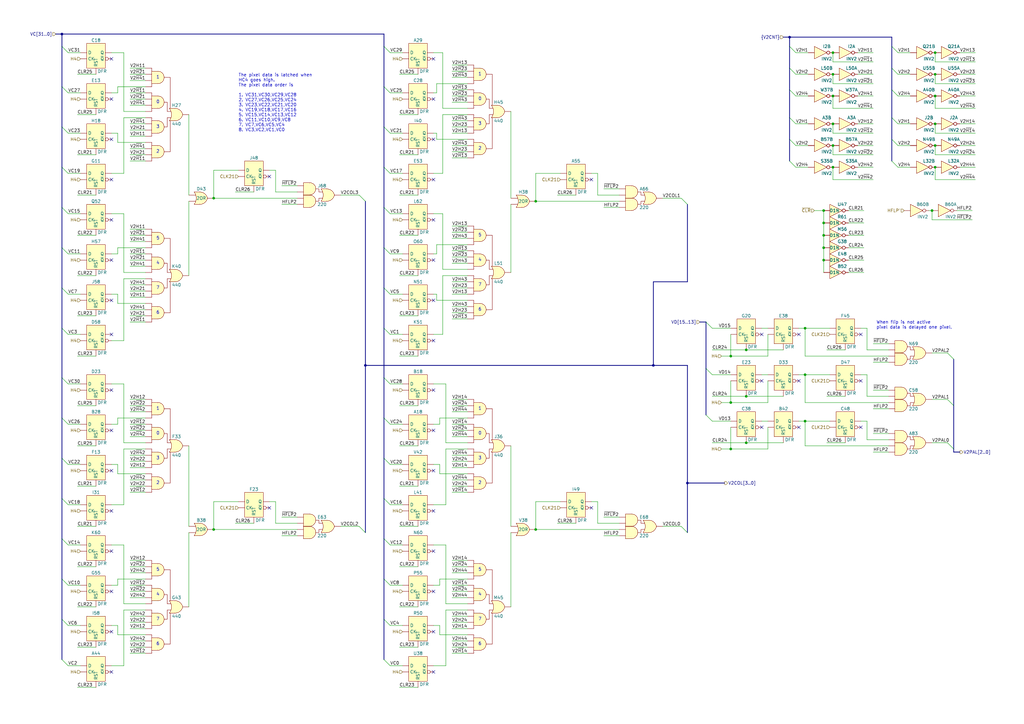
<source format=kicad_sch>
(kicad_sch (version 20231120) (generator "eeschema") (generator_version "8.0")
  (paper "A3")
  (title_block (title "Konami 007781") (date "2024-09-08"))
  (junction (at 337.82 101.6))
  (junction (at 341.63 39.37))
  (junction (at 306.07 162.56))
  (junction (at 87.63 217.17))
  (junction (at 383.54 30.48))
  (junction (at 330.2 172.72))
  (junction (at 337.82 91.44))
  (junction (at 341.63 21.59))
  (junction (at 299.72 184.15))
  (junction (at 337.82 86.36))
  (junction (at 299.72 146.05))
  (junction (at 341.63 59.69))
  (junction (at 341.63 50.8))
  (junction (at 383.54 50.8))
  (junction (at 306.07 181.61))
  (junction (at 306.07 143.51))
  (junction (at 341.63 30.48))
  (junction (at 330.2 134.62))
  (junction (at 219.71 217.17))
  (junction (at 25.4 13.97))
  (junction (at 337.82 106.68))
  (junction (at 323.85 15.24))
  (junction (at 383.54 59.69))
  (junction (at 281.94 198.12))
  (junction (at 149.86 149.86))
  (junction (at 383.54 39.37))
  (junction (at 382.27 86.36))
  (junction (at 337.82 96.52))
  (junction (at 219.71 82.55))
  (junction (at 383.54 21.59))
  (junction (at 267.97 149.86))
  (junction (at 330.2 153.67))
  (junction (at 87.63 81.28))
  (junction (at 299.72 165.1))
  (junction (at 341.63 68.58))
  (junction (at 383.54 68.58))
  (no_connect (at 177.8 57.15))
  (no_connect (at 177.8 259.08))
  (no_connect (at 177.8 209.55))
  (no_connect (at 177.8 275.59))
  (no_connect (at 177.8 193.04))
  (no_connect (at 242.57 73.66))
  (no_connect (at 312.42 137.16))
  (no_connect (at 45.72 73.66))
  (no_connect (at 242.57 208.28))
  (no_connect (at 45.72 106.68))
  (no_connect (at 45.72 176.53))
  (no_connect (at 177.8 242.57))
  (no_connect (at 45.72 259.08))
  (no_connect (at 177.8 90.17))
  (no_connect (at 353.06 137.16))
  (no_connect (at 177.8 139.7))
  (no_connect (at 45.72 90.17))
  (no_connect (at 45.72 40.64))
  (no_connect (at 45.72 193.04))
  (no_connect (at 177.8 40.64))
  (no_connect (at 327.66 137.16))
  (no_connect (at 177.8 106.68))
  (no_connect (at 177.8 123.19))
  (no_connect (at 312.42 156.21))
  (no_connect (at 353.06 156.21))
  (no_connect (at 327.66 175.26))
  (no_connect (at 177.8 176.53))
  (no_connect (at 45.72 123.19))
  (no_connect (at 353.06 175.26))
  (no_connect (at 45.72 242.57))
  (no_connect (at 45.72 275.59))
  (no_connect (at 177.8 24.13))
  (no_connect (at 327.66 156.21))
  (no_connect (at 45.72 226.06))
  (no_connect (at 45.72 209.55))
  (no_connect (at 177.8 73.66))
  (no_connect (at 110.49 208.28))
  (no_connect (at 177.8 226.06))
  (no_connect (at 312.42 175.26))
  (no_connect (at 110.49 72.39))
  (no_connect (at 177.8 160.02))
  (no_connect (at 45.72 57.15))
  (no_connect (at 45.72 24.13))
  (no_connect (at 45.72 137.16))
  (no_connect (at 45.72 160.02))
  (bus_entry (at 25.4 220.98) (size 2.54 2.54))
  (bus_entry (at 157.48 68.58) (size 2.54 2.54))
  (bus_entry (at 147.32 80.01) (size 2.54 2.54))
  (bus_entry (at 157.48 134.62) (size 2.54 2.54))
  (bus_entry (at 157.48 171.45) (size 2.54 2.54))
  (bus_entry (at 323.85 27.94) (size 2.54 2.54))
  (bus_entry (at 25.4 101.6) (size 2.54 2.54))
  (bus_entry (at 388.62 163.83) (size 2.54 2.54))
  (bus_entry (at 25.4 85.09) (size 2.54 2.54))
  (bus_entry (at 289.56 132.08) (size 2.54 2.54))
  (bus_entry (at 157.48 35.56) (size 2.54 2.54))
  (bus_entry (at 157.48 154.94) (size 2.54 2.54))
  (bus_entry (at 323.85 19.05) (size 2.54 2.54))
  (bus_entry (at 157.48 118.11) (size 2.54 2.54))
  (bus_entry (at 157.48 101.6) (size 2.54 2.54))
  (bus_entry (at 25.4 187.96) (size 2.54 2.54))
  (bus_entry (at 323.85 66.04) (size 2.54 2.54))
  (bus_entry (at 25.4 270.51) (size 2.54 2.54))
  (bus_entry (at 25.4 52.07) (size 2.54 2.54))
  (bus_entry (at 25.4 237.49) (size 2.54 2.54))
  (bus_entry (at 365.76 57.15) (size 2.54 2.54))
  (bus_entry (at 25.4 68.58) (size 2.54 2.54))
  (bus_entry (at 157.48 19.05) (size 2.54 2.54))
  (bus_entry (at 365.76 66.04) (size 2.54 2.54))
  (bus_entry (at 25.4 154.94) (size 2.54 2.54))
  (bus_entry (at 323.85 36.83) (size 2.54 2.54))
  (bus_entry (at 147.32 215.9) (size 2.54 2.54))
  (bus_entry (at 388.62 181.61) (size 2.54 2.54))
  (bus_entry (at 157.48 85.09) (size 2.54 2.54))
  (bus_entry (at 157.48 220.98) (size 2.54 2.54))
  (bus_entry (at 365.76 36.83) (size 2.54 2.54))
  (bus_entry (at 25.4 19.05) (size 2.54 2.54))
  (bus_entry (at 25.4 118.11) (size 2.54 2.54))
  (bus_entry (at 157.48 204.47) (size 2.54 2.54))
  (bus_entry (at 279.4 215.9) (size 2.54 2.54))
  (bus_entry (at 25.4 171.45) (size 2.54 2.54))
  (bus_entry (at 388.62 144.78) (size 2.54 2.54))
  (bus_entry (at 157.48 254) (size 2.54 2.54))
  (bus_entry (at 157.48 237.49) (size 2.54 2.54))
  (bus_entry (at 25.4 35.56) (size 2.54 2.54))
  (bus_entry (at 323.85 57.15) (size 2.54 2.54))
  (bus_entry (at 365.76 48.26) (size 2.54 2.54))
  (bus_entry (at 289.56 170.18) (size 2.54 2.54))
  (bus_entry (at 157.48 52.07) (size 2.54 2.54))
  (bus_entry (at 157.48 187.96) (size 2.54 2.54))
  (bus_entry (at 365.76 27.94) (size 2.54 2.54))
  (bus_entry (at 25.4 254) (size 2.54 2.54))
  (bus_entry (at 289.56 151.13) (size 2.54 2.54))
  (bus_entry (at 25.4 204.47) (size 2.54 2.54))
  (bus_entry (at 323.85 48.26) (size 2.54 2.54))
  (bus_entry (at 157.48 270.51) (size 2.54 2.54))
  (bus_entry (at 25.4 134.62) (size 2.54 2.54))
  (bus_entry (at 279.4 81.28) (size 2.54 2.54))
  (bus_entry (at 365.76 19.05) (size 2.54 2.54))
  (wire (pts (xy 185.42 191.77) (xy 191.77 191.77)))
  (wire (pts (xy 50.8 157.48) (xy 50.8 181.61)))
  (wire (pts (xy 48.26 54.61) (xy 45.72 54.61)))
  (wire (pts (xy 185.42 39.37) (xy 191.77 39.37)))
  (wire (pts (xy 326.39 39.37) (xy 331.47 39.37)))
  (wire (pts (xy 27.94 207.01) (xy 33.02 207.01)))
  (wire (pts (xy 295.91 184.15) (xy 299.72 184.15)))
  (wire (pts (xy 191.77 110.49) (xy 181.61 110.49)))
  (wire (pts (xy 179.07 54.61) (xy 179.07 57.15)))
  (wire (pts (xy 292.1 162.56) (xy 306.07 162.56)))
  (wire (pts (xy 383.54 21.59) (xy 383.54 25.4)))
  (wire (pts (xy 31.75 248.92) (xy 39.37 248.92)))
  (wire (pts (xy 31.75 30.48) (xy 39.37 30.48)))
  (bus (pts (xy 365.76 27.94) (xy 365.76 36.83)))
  (wire (pts (xy 185.42 232.41) (xy 191.77 232.41)))
  (bus (pts (xy 157.48 85.09) (xy 157.48 101.6)))
  (bus (pts (xy 281.94 115.57) (xy 267.97 115.57)))
  (bus (pts (xy 287.02 132.08) (xy 289.56 132.08)))
  (wire (pts (xy 45.72 157.48) (xy 50.8 157.48)))
  (wire (pts (xy 177.8 104.14) (xy 179.07 104.14)))
  (bus (pts (xy 149.86 82.55) (xy 149.86 149.86)))
  (bus (pts (xy 25.4 13.97) (xy 157.48 13.97)))
  (wire (pts (xy 393.7 30.48) (xy 400.05 30.48)))
  (bus (pts (xy 321.31 15.24) (xy 323.85 15.24)))
  (wire (pts (xy 271.78 215.9) (xy 279.4 215.9)))
  (bus (pts (xy 323.85 15.24) (xy 323.85 19.05)))
  (wire (pts (xy 209.55 45.72) (xy 209.55 81.28)))
  (wire (pts (xy 185.42 41.91) (xy 191.77 41.91)))
  (bus (pts (xy 267.97 149.86) (xy 281.94 149.86)))
  (wire (pts (xy 50.8 21.59) (xy 45.72 21.59)))
  (wire (pts (xy 180.34 237.49) (xy 191.77 237.49)))
  (wire (pts (xy 53.34 109.22) (xy 59.69 109.22)))
  (wire (pts (xy 355.6 180.34) (xy 364.49 180.34)))
  (wire (pts (xy 177.8 38.1) (xy 179.07 38.1)))
  (wire (pts (xy 53.34 63.5) (xy 59.69 63.5)))
  (wire (pts (xy 341.63 59.69) (xy 341.63 63.5)))
  (bus (pts (xy 365.76 19.05) (xy 365.76 15.24)))
  (wire (pts (xy 185.42 234.95) (xy 191.77 234.95)))
  (wire (pts (xy 368.3 68.58) (xy 373.38 68.58)))
  (wire (pts (xy 160.02 38.1) (xy 165.1 38.1)))
  (wire (pts (xy 53.34 99.06) (xy 59.69 99.06)))
  (wire (pts (xy 48.26 58.42) (xy 48.26 54.61)))
  (wire (pts (xy 185.42 265.43) (xy 191.77 265.43)))
  (wire (pts (xy 48.26 171.45) (xy 59.69 171.45)))
  (bus (pts (xy 323.85 19.05) (xy 323.85 27.94)))
  (bus (pts (xy 157.48 19.05) (xy 157.48 35.56)))
  (wire (pts (xy 45.72 87.63) (xy 50.8 87.63)))
  (wire (pts (xy 326.39 30.48) (xy 331.47 30.48)))
  (wire (pts (xy 53.34 176.53) (xy 59.69 176.53)))
  (wire (pts (xy 351.79 21.59) (xy 358.14 21.59)))
  (wire (pts (xy 228.6 214.63) (xy 236.22 214.63)))
  (wire (pts (xy 392.43 86.36) (xy 398.78 86.36)))
  (wire (pts (xy 45.72 256.54) (xy 48.26 256.54)))
  (wire (pts (xy 245.11 214.63) (xy 245.11 205.74)))
  (wire (pts (xy 185.42 130.81) (xy 191.77 130.81)))
  (wire (pts (xy 179.07 123.19) (xy 179.07 120.65)))
  (wire (pts (xy 31.75 96.52) (xy 39.37 96.52)))
  (wire (pts (xy 31.75 63.5) (xy 39.37 63.5)))
  (wire (pts (xy 382.27 86.36) (xy 382.27 90.17)))
  (wire (pts (xy 245.11 80.01) (xy 254 80.01)))
  (wire (pts (xy 53.34 245.11) (xy 59.69 245.11)))
  (bus (pts (xy 267.97 115.57) (xy 267.97 149.86)))
  (wire (pts (xy 185.42 59.69) (xy 191.77 59.69)))
  (wire (pts (xy 185.42 105.41) (xy 191.77 105.41)))
  (wire (pts (xy 247.65 77.47) (xy 254 77.47)))
  (wire (pts (xy 179.07 34.29) (xy 191.77 34.29)))
  (wire (pts (xy 347.98 111.76) (xy 354.33 111.76)))
  (wire (pts (xy 53.34 173.99) (xy 59.69 173.99)))
  (wire (pts (xy 355.6 134.62) (xy 355.6 143.51)))
  (wire (pts (xy 53.34 60.96) (xy 59.69 60.96)))
  (wire (pts (xy 341.63 73.66) (xy 341.63 68.58)))
  (wire (pts (xy 185.42 189.23) (xy 191.77 189.23)))
  (wire (pts (xy 31.75 80.01) (xy 39.37 80.01)))
  (wire (pts (xy 299.72 156.21) (xy 299.72 165.1)))
  (wire (pts (xy 53.34 199.39) (xy 59.69 199.39)))
  (wire (pts (xy 139.7 80.01) (xy 147.32 80.01)))
  (wire (pts (xy 59.69 114.3) (xy 50.8 114.3)))
  (wire (pts (xy 383.54 54.61) (xy 400.05 54.61)))
  (bus (pts (xy 25.4 52.07) (xy 25.4 68.58)))
  (wire (pts (xy 185.42 255.27) (xy 191.77 255.27)))
  (wire (pts (xy 53.34 55.88) (xy 59.69 55.88)))
  (wire (pts (xy 53.34 242.57) (xy 59.69 242.57)))
  (wire (pts (xy 53.34 229.87) (xy 59.69 229.87)))
  (wire (pts (xy 77.47 218.44) (xy 77.47 248.92)))
  (wire (pts (xy 27.94 157.48) (xy 33.02 157.48)))
  (wire (pts (xy 53.34 132.08) (xy 59.69 132.08)))
  (wire (pts (xy 31.75 281.94) (xy 39.37 281.94)))
  (wire (pts (xy 177.8 256.54) (xy 180.34 256.54)))
  (bus (pts (xy 157.48 35.56) (xy 157.48 52.07)))
  (wire (pts (xy 299.72 184.15) (xy 314.96 184.15)))
  (wire (pts (xy 209.55 182.88) (xy 209.55 215.9)))
  (wire (pts (xy 50.8 273.05) (xy 50.8 250.19)))
  (wire (pts (xy 53.34 53.34) (xy 59.69 53.34)))
  (wire (pts (xy 330.2 165.1) (xy 364.49 165.1)))
  (wire (pts (xy 327.66 153.67) (xy 330.2 153.67)))
  (wire (pts (xy 177.8 71.12) (xy 181.61 71.12)))
  (wire (pts (xy 393.7 39.37) (xy 400.05 39.37)))
  (wire (pts (xy 185.42 26.67) (xy 191.77 26.67)))
  (wire (pts (xy 245.11 71.12) (xy 245.11 80.01)))
  (bus (pts (xy 149.86 149.86) (xy 267.97 149.86)))
  (wire (pts (xy 181.61 87.63) (xy 177.8 87.63)))
  (wire (pts (xy 160.02 273.05) (xy 165.1 273.05)))
  (wire (pts (xy 353.06 134.62) (xy 355.6 134.62)))
  (wire (pts (xy 355.6 172.72) (xy 355.6 180.34)))
  (bus (pts (xy 289.56 151.13) (xy 289.56 132.08)))
  (wire (pts (xy 185.42 176.53) (xy 191.77 176.53)))
  (wire (pts (xy 341.63 34.29) (xy 358.14 34.29)))
  (wire (pts (xy 185.42 125.73) (xy 191.77 125.73)))
  (wire (pts (xy 53.34 106.68) (xy 59.69 106.68)))
  (wire (pts (xy 185.42 163.83) (xy 191.77 163.83)))
  (wire (pts (xy 185.42 257.81) (xy 191.77 257.81)))
  (wire (pts (xy 330.2 153.67) (xy 340.36 153.67)))
  (wire (pts (xy 351.79 50.8) (xy 358.14 50.8)))
  (wire (pts (xy 347.98 91.44) (xy 354.33 91.44)))
  (wire (pts (xy 59.69 101.6) (xy 48.26 101.6)))
  (wire (pts (xy 185.42 49.53) (xy 191.77 49.53)))
  (wire (pts (xy 163.83 281.94) (xy 171.45 281.94)))
  (wire (pts (xy 31.75 215.9) (xy 39.37 215.9)))
  (wire (pts (xy 160.02 256.54) (xy 165.1 256.54)))
  (wire (pts (xy 163.83 113.03) (xy 171.45 113.03)))
  (wire (pts (xy 163.83 199.39) (xy 171.45 199.39)))
  (bus (pts (xy 25.4 118.11) (xy 25.4 134.62)))
  (wire (pts (xy 400.05 73.66) (xy 383.54 73.66)))
  (bus (pts (xy 25.4 254) (xy 25.4 270.51)))
  (wire (pts (xy 393.7 50.8) (xy 400.05 50.8)))
  (wire (pts (xy 163.83 30.48) (xy 171.45 30.48)))
  (wire (pts (xy 383.54 59.69) (xy 383.54 63.5)))
  (wire (pts (xy 368.3 39.37) (xy 373.38 39.37)))
  (wire (pts (xy 53.34 93.98) (xy 59.69 93.98)))
  (wire (pts (xy 160.02 173.99) (xy 165.1 173.99)))
  (wire (pts (xy 326.39 50.8) (xy 331.47 50.8)))
  (wire (pts (xy 115.57 212.09) (xy 121.92 212.09)))
  (wire (pts (xy 209.55 218.44) (xy 209.55 248.92)))
  (wire (pts (xy 31.75 199.39) (xy 39.37 199.39)))
  (wire (pts (xy 185.42 201.93) (xy 191.77 201.93)))
  (wire (pts (xy 382.27 163.83) (xy 388.62 163.83)))
  (wire (pts (xy 27.94 87.63) (xy 33.02 87.63)))
  (wire (pts (xy 27.94 273.05) (xy 33.02 273.05)))
  (wire (pts (xy 185.42 36.83) (xy 191.77 36.83)))
  (wire (pts (xy 163.83 80.01) (xy 171.45 80.01)))
  (wire (pts (xy 185.42 196.85) (xy 191.77 196.85)))
  (wire (pts (xy 77.47 46.99) (xy 77.47 80.01)))
  (wire (pts (xy 45.72 38.1) (xy 48.26 38.1)))
  (wire (pts (xy 163.83 63.5) (xy 171.45 63.5)))
  (wire (pts (xy 182.88 247.65) (xy 191.77 247.65)))
  (wire (pts (xy 53.34 96.52) (xy 59.69 96.52)))
  (wire (pts (xy 180.34 171.45) (xy 191.77 171.45)))
  (wire (pts (xy 163.83 182.88) (xy 171.45 182.88)))
  (wire (pts (xy 48.26 190.5) (xy 48.26 194.31)))
  (wire (pts (xy 185.42 262.89) (xy 191.77 262.89)))
  (wire (pts (xy 209.55 111.76) (xy 209.55 83.82)))
  (wire (pts (xy 53.34 38.1) (xy 59.69 38.1)))
  (wire (pts (xy 77.47 82.55) (xy 77.47 113.03)))
  (wire (pts (xy 121.92 78.74) (xy 113.03 78.74)))
  (wire (pts (xy 337.82 91.44) (xy 337.82 96.52)))
  (bus (pts (xy 157.48 101.6) (xy 157.48 118.11)))
  (wire (pts (xy 185.42 97.79) (xy 191.77 97.79)))
  (wire (pts (xy 180.34 190.5) (xy 180.34 194.31)))
  (wire (pts (xy 50.8 114.3) (xy 50.8 139.7)))
  (wire (pts (xy 312.42 172.72) (xy 314.96 172.72)))
  (wire (pts (xy 53.34 186.69) (xy 59.69 186.69)))
  (wire (pts (xy 295.91 146.05) (xy 299.72 146.05)))
  (bus (pts (xy 25.4 187.96) (xy 25.4 204.47)))
  (wire (pts (xy 185.42 252.73) (xy 191.77 252.73)))
  (wire (pts (xy 339.09 181.61) (xy 346.71 181.61)))
  (wire (pts (xy 347.98 96.52) (xy 354.33 96.52)))
  (wire (pts (xy 337.82 96.52) (xy 337.82 101.6)))
  (wire (pts (xy 27.94 104.14) (xy 33.02 104.14)))
  (wire (pts (xy 185.42 240.03) (xy 191.77 240.03)))
  (wire (pts (xy 53.34 129.54) (xy 59.69 129.54)))
  (wire (pts (xy 383.54 73.66) (xy 383.54 68.58)))
  (wire (pts (xy 87.63 217.17) (xy 87.63 205.74)))
  (wire (pts (xy 299.72 137.16) (xy 299.72 146.05)))
  (wire (pts (xy 355.6 153.67) (xy 355.6 162.56)))
  (wire (pts (xy 326.39 21.59) (xy 331.47 21.59)))
  (wire (pts (xy 59.69 45.72) (xy 50.8 45.72)))
  (wire (pts (xy 337.82 101.6) (xy 337.82 106.68)))
  (wire (pts (xy 180.34 171.45) (xy 180.34 173.99)))
  (wire (pts (xy 185.42 29.21) (xy 191.77 29.21)))
  (wire (pts (xy 48.26 237.49) (xy 59.69 237.49)))
  (wire (pts (xy 355.6 162.56) (xy 364.49 162.56)))
  (wire (pts (xy 351.79 30.48) (xy 358.14 30.48)))
  (wire (pts (xy 312.42 153.67) (xy 314.96 153.67)))
  (wire (pts (xy 180.34 260.35) (xy 191.77 260.35)))
  (wire (pts (xy 219.71 82.55) (xy 254 82.55)))
  (wire (pts (xy 31.75 182.88) (xy 39.37 182.88)))
  (wire (pts (xy 347.98 86.36) (xy 354.33 86.36)))
  (wire (pts (xy 353.06 153.67) (xy 355.6 153.67)))
  (wire (pts (xy 53.34 267.97) (xy 59.69 267.97)))
  (bus (pts (xy 157.48 13.97) (xy 157.48 19.05)))
  (bus (pts (xy 25.4 220.98) (xy 25.4 237.49)))
  (wire (pts (xy 358.14 160.02) (xy 364.49 160.02)))
  (bus (pts (xy 25.4 237.49) (xy 25.4 254)))
  (wire (pts (xy 113.03 78.74) (xy 113.03 69.85)))
  (wire (pts (xy 53.34 265.43) (xy 59.69 265.43)))
  (wire (pts (xy 181.61 71.12) (xy 181.61 46.99)))
  (wire (pts (xy 45.72 120.65) (xy 48.26 120.65)))
  (wire (pts (xy 48.26 173.99) (xy 48.26 171.45)))
  (wire (pts (xy 50.8 184.15) (xy 59.69 184.15)))
  (wire (pts (xy 163.83 248.92) (xy 171.45 248.92)))
  (wire (pts (xy 177.8 54.61) (xy 179.07 54.61)))
  (wire (pts (xy 330.2 134.62) (xy 340.36 134.62)))
  (wire (pts (xy 383.54 44.45) (xy 383.54 39.37)))
  (wire (pts (xy 185.42 120.65) (xy 191.77 120.65)))
  (wire (pts (xy 191.77 123.19) (xy 179.07 123.19)))
  (wire (pts (xy 177.8 190.5) (xy 180.34 190.5)))
  (wire (pts (xy 182.88 250.19) (xy 191.77 250.19)))
  (wire (pts (xy 53.34 191.77) (xy 59.69 191.77)))
  (wire (pts (xy 31.75 146.05) (xy 39.37 146.05)))
  (bus (pts (xy 391.16 147.32) (xy 391.16 166.37)))
  (wire (pts (xy 160.02 21.59) (xy 165.1 21.59)))
  (wire (pts (xy 393.7 59.69) (xy 400.05 59.69)))
  (wire (pts (xy 353.06 172.72) (xy 355.6 172.72)))
  (bus (pts (xy 365.76 19.05) (xy 365.76 27.94)))
  (wire (pts (xy 185.42 166.37) (xy 191.77 166.37)))
  (wire (pts (xy 185.42 229.87) (xy 191.77 229.87)))
  (wire (pts (xy 160.02 120.65) (xy 165.1 120.65)))
  (wire (pts (xy 113.03 205.74) (xy 113.03 214.63)))
  (wire (pts (xy 185.42 102.87) (xy 191.77 102.87)))
  (wire (pts (xy 185.42 52.07) (xy 191.77 52.07)))
  (wire (pts (xy 400.05 44.45) (xy 383.54 44.45)))
  (wire (pts (xy 383.54 25.4) (xy 400.05 25.4)))
  (wire (pts (xy 368.3 30.48) (xy 373.38 30.48)))
  (bus (pts (xy 281.94 83.82) (xy 281.94 115.57)))
  (wire (pts (xy 179.07 57.15) (xy 191.77 57.15)))
  (wire (pts (xy 45.72 240.03) (xy 48.26 240.03)))
  (wire (pts (xy 163.83 46.99) (xy 171.45 46.99)))
  (bus (pts (xy 157.48 134.62) (xy 157.48 154.94)))
  (wire (pts (xy 185.42 168.91) (xy 191.77 168.91)))
  (wire (pts (xy 292.1 181.61) (xy 306.07 181.61)))
  (wire (pts (xy 160.02 71.12) (xy 165.1 71.12)))
  (wire (pts (xy 351.79 39.37) (xy 358.14 39.37)))
  (wire (pts (xy 347.98 101.6) (xy 354.33 101.6)))
  (wire (pts (xy 179.07 38.1) (xy 179.07 34.29)))
  (bus (pts (xy 323.85 57.15) (xy 323.85 66.04)))
  (wire (pts (xy 339.09 143.51) (xy 346.71 143.51)))
  (bus (pts (xy 149.86 149.86) (xy 149.86 218.44)))
  (wire (pts (xy 368.3 21.59) (xy 373.38 21.59)))
  (wire (pts (xy 50.8 139.7) (xy 45.72 139.7)))
  (wire (pts (xy 181.61 137.16) (xy 181.61 113.03)))
  (wire (pts (xy 48.26 260.35) (xy 59.69 260.35)))
  (wire (pts (xy 182.88 157.48) (xy 177.8 157.48)))
  (wire (pts (xy 219.71 205.74) (xy 229.87 205.74)))
  (wire (pts (xy 48.26 101.6) (xy 48.26 104.14)))
  (bus (pts (xy 391.16 184.15) (xy 391.16 185.42)))
  (wire (pts (xy 48.26 194.31) (xy 59.69 194.31)))
  (wire (pts (xy 96.52 214.63) (xy 104.14 214.63)))
  (bus (pts (xy 323.85 15.24) (xy 365.76 15.24)))
  (wire (pts (xy 292.1 134.62) (xy 299.72 134.62)))
  (wire (pts (xy 185.42 95.25) (xy 191.77 95.25)))
  (wire (pts (xy 139.7 215.9) (xy 147.32 215.9)))
  (wire (pts (xy 245.11 205.74) (xy 242.57 205.74)))
  (bus (pts (xy 25.4 101.6) (xy 25.4 118.11)))
  (wire (pts (xy 31.75 46.99) (xy 39.37 46.99)))
  (wire (pts (xy 185.42 199.39) (xy 191.77 199.39)))
  (wire (pts (xy 180.34 256.54) (xy 180.34 260.35)))
  (wire (pts (xy 27.94 173.99) (xy 33.02 173.99)))
  (wire (pts (xy 160.02 104.14) (xy 165.1 104.14)))
  (bus (pts (xy 25.4 204.47) (xy 25.4 220.98)))
  (wire (pts (xy 185.42 31.75) (xy 191.77 31.75)))
  (wire (pts (xy 53.34 189.23) (xy 59.69 189.23)))
  (wire (pts (xy 358.14 73.66) (xy 341.63 73.66)))
  (wire (pts (xy 393.7 21.59) (xy 400.05 21.59)))
  (wire (pts (xy 87.63 205.74) (xy 97.79 205.74)))
  (wire (pts (xy 358.14 177.8) (xy 364.49 177.8)))
  (wire (pts (xy 53.34 232.41) (xy 59.69 232.41)))
  (wire (pts (xy 53.34 201.93) (xy 59.69 201.93)))
  (wire (pts (xy 351.79 68.58) (xy 358.14 68.58)))
  (wire (pts (xy 181.61 113.03) (xy 191.77 113.03)))
  (wire (pts (xy 31.75 166.37) (xy 39.37 166.37)))
  (wire (pts (xy 341.63 30.48) (xy 341.63 34.29)))
  (wire (pts (xy 330.2 172.72) (xy 340.36 172.72)))
  (wire (pts (xy 53.34 119.38) (xy 59.69 119.38)))
  (wire (pts (xy 177.8 173.99) (xy 180.34 173.99)))
  (wire (pts (xy 50.8 87.63) (xy 50.8 111.76)))
  (wire (pts (xy 177.8 207.01) (xy 182.88 207.01)))
  (wire (pts (xy 163.83 129.54) (xy 171.45 129.54)))
  (wire (pts (xy 163.83 232.41) (xy 171.45 232.41)))
  (wire (pts (xy 383.54 50.8) (xy 383.54 54.61)))
  (wire (pts (xy 45.72 207.01) (xy 50.8 207.01)))
  (wire (pts (xy 53.34 43.18) (xy 59.69 43.18)))
  (wire (pts (xy 177.8 273.05) (xy 182.88 273.05)))
  (wire (pts (xy 87.63 69.85) (xy 87.63 81.28)))
  (wire (pts (xy 181.61 110.49) (xy 181.61 87.63)))
  (wire (pts (xy 330.2 153.67) (xy 330.2 165.1)))
  (wire (pts (xy 185.42 267.97) (xy 191.77 267.97)))
  (wire (pts (xy 160.02 54.61) (xy 165.1 54.61)))
  (wire (pts (xy 299.72 146.05) (xy 314.96 146.05)))
  (bus (pts (xy 281.94 149.86) (xy 281.94 198.12)))
  (bus (pts (xy 157.48 220.98) (xy 157.48 237.49)))
  (wire (pts (xy 160.02 223.52) (xy 165.1 223.52)))
  (wire (pts (xy 219.71 217.17) (xy 254 217.17)))
  (wire (pts (xy 53.34 127) (xy 59.69 127)))
  (wire (pts (xy 53.34 121.92) (xy 59.69 121.92)))
  (wire (pts (xy 393.7 68.58) (xy 400.05 68.58)))
  (wire (pts (xy 358.14 167.64) (xy 364.49 167.64)))
  (wire (pts (xy 383.54 30.48) (xy 383.54 34.29)))
  (bus (pts (xy 365.76 57.15) (xy 365.76 66.04)))
  (wire (pts (xy 77.47 182.88) (xy 77.47 215.9)))
  (wire (pts (xy 53.34 66.04) (xy 59.69 66.04)))
  (wire (pts (xy 368.3 50.8) (xy 373.38 50.8)))
  (wire (pts (xy 182.88 207.01) (xy 182.88 184.15)))
  (wire (pts (xy 179.07 104.14) (xy 179.07 100.33)))
  (wire (pts (xy 53.34 50.8) (xy 59.69 50.8)))
  (wire (pts (xy 45.72 173.99) (xy 48.26 173.99)))
  (wire (pts (xy 242.57 71.12) (xy 245.11 71.12)))
  (wire (pts (xy 53.34 30.48) (xy 59.69 30.48)))
  (wire (pts (xy 48.26 35.56) (xy 59.69 35.56)))
  (wire (pts (xy 185.42 107.95) (xy 191.77 107.95)))
  (wire (pts (xy 160.02 240.03) (xy 165.1 240.03)))
  (wire (pts (xy 185.42 242.57) (xy 191.77 242.57)))
  (wire (pts (xy 50.8 223.52) (xy 50.8 247.65)))
  (bus (pts (xy 281.94 198.12) (xy 297.18 198.12)))
  (wire (pts (xy 312.42 134.62) (xy 314.96 134.62)))
  (wire (pts (xy 179.07 100.33) (xy 191.77 100.33)))
  (wire (pts (xy 115.57 219.71) (xy 121.92 219.71)))
  (bus (pts (xy 157.48 254) (xy 157.48 270.51)))
  (wire (pts (xy 87.63 217.17) (xy 121.92 217.17)))
  (wire (pts (xy 368.3 59.69) (xy 373.38 59.69)))
  (wire (pts (xy 53.34 240.03) (xy 59.69 240.03)))
  (wire (pts (xy 185.42 179.07) (xy 191.77 179.07)))
  (wire (pts (xy 53.34 40.64) (xy 59.69 40.64)))
  (wire (pts (xy 50.8 45.72) (xy 50.8 21.59)))
  (wire (pts (xy 339.09 162.56) (xy 346.71 162.56)))
  (wire (pts (xy 185.42 54.61) (xy 191.77 54.61)))
  (wire (pts (xy 53.34 255.27) (xy 59.69 255.27)))
  (wire (pts (xy 330.2 134.62) (xy 330.2 146.05)))
  (wire (pts (xy 53.34 168.91) (xy 59.69 168.91)))
  (wire (pts (xy 182.88 181.61) (xy 182.88 157.48)))
  (wire (pts (xy 337.82 86.36) (xy 337.82 91.44)))
  (wire (pts (xy 48.26 104.14) (xy 45.72 104.14)))
  (wire (pts (xy 185.42 92.71) (xy 191.77 92.71)))
  (wire (pts (xy 163.83 96.52) (xy 171.45 96.52)))
  (wire (pts (xy 185.42 118.11) (xy 191.77 118.11)))
  (wire (pts (xy 50.8 181.61) (xy 59.69 181.61)))
  (wire (pts (xy 27.94 240.03) (xy 33.02 240.03)))
  (wire (pts (xy 306.07 162.56) (xy 321.31 162.56)))
  (bus (pts (xy 22.86 13.97) (xy 25.4 13.97)))
  (bus (pts (xy 25.4 19.05) (xy 25.4 35.56)))
  (bus (pts (xy 157.48 204.47) (xy 157.48 220.98)))
  (bus (pts (xy 25.4 134.62) (xy 25.4 154.94)))
  (wire (pts (xy 341.63 50.8) (xy 341.63 54.61)))
  (wire (pts (xy 27.94 21.59) (xy 33.02 21.59)))
  (wire (pts (xy 191.77 44.45) (xy 181.61 44.45)))
  (wire (pts (xy 358.14 44.45) (xy 341.63 44.45)))
  (wire (pts (xy 182.88 223.52) (xy 182.88 247.65)))
  (wire (pts (xy 163.83 166.37) (xy 171.45 166.37)))
  (wire (pts (xy 314.96 137.16) (xy 314.96 146.05)))
  (wire (pts (xy 181.61 44.45) (xy 181.61 21.59)))
  (wire (pts (xy 247.65 219.71) (xy 254 219.71)))
  (bus (pts (xy 25.4 171.45) (xy 25.4 187.96)))
  (wire (pts (xy 182.88 184.15) (xy 191.77 184.15)))
  (wire (pts (xy 110.49 205.74) (xy 113.03 205.74)))
  (wire (pts (xy 27.94 256.54) (xy 33.02 256.54)))
  (wire (pts (xy 334.01 86.36) (xy 337.82 86.36)))
  (wire (pts (xy 87.63 81.28) (xy 121.92 81.28)))
  (wire (pts (xy 299.72 165.1) (xy 314.96 165.1)))
  (wire (pts (xy 96.52 78.74) (xy 104.14 78.74)))
  (wire (pts (xy 163.83 265.43) (xy 171.45 265.43)))
  (wire (pts (xy 163.83 215.9) (xy 171.45 215.9)))
  (wire (pts (xy 219.71 217.17) (xy 219.71 205.74)))
  (wire (pts (xy 53.34 179.07) (xy 59.69 179.07)))
  (wire (pts (xy 45.72 71.12) (xy 50.8 71.12)))
  (wire (pts (xy 219.71 71.12) (xy 229.87 71.12)))
  (bus (pts (xy 323.85 48.26) (xy 323.85 57.15)))
  (wire (pts (xy 347.98 106.68) (xy 354.33 106.68)))
  (wire (pts (xy 53.34 166.37) (xy 59.69 166.37)))
  (wire (pts (xy 48.26 124.46) (xy 59.69 124.46)))
  (wire (pts (xy 59.69 58.42) (xy 48.26 58.42)))
  (wire (pts (xy 53.34 257.81) (xy 59.69 257.81)))
  (wire (pts (xy 53.34 116.84) (xy 59.69 116.84)))
  (wire (pts (xy 31.75 113.03) (xy 39.37 113.03)))
  (wire (pts (xy 50.8 71.12) (xy 50.8 48.26)))
  (wire (pts (xy 306.07 143.51) (xy 321.31 143.51)))
  (wire (pts (xy 179.07 120.65) (xy 177.8 120.65)))
  (wire (pts (xy 177.8 137.16) (xy 181.61 137.16)))
  (wire (pts (xy 292.1 172.72) (xy 299.72 172.72)))
  (wire (pts (xy 182.88 273.05) (xy 182.88 250.19)))
  (wire (pts (xy 27.94 54.61) (xy 33.02 54.61)))
  (bus (pts (xy 157.48 68.58) (xy 157.48 85.09)))
  (wire (pts (xy 48.26 256.54) (xy 48.26 260.35)))
  (bus (pts (xy 391.16 185.42) (xy 393.7 185.42)))
  (wire (pts (xy 27.94 223.52) (xy 33.02 223.52)))
  (wire (pts (xy 383.54 34.29) (xy 400.05 34.29)))
  (wire (pts (xy 53.34 234.95) (xy 59.69 234.95)))
  (wire (pts (xy 27.94 190.5) (xy 33.02 190.5)))
  (wire (pts (xy 115.57 76.2) (xy 121.92 76.2)))
  (wire (pts (xy 177.8 240.03) (xy 180.34 240.03)))
  (wire (pts (xy 330.2 146.05) (xy 364.49 146.05)))
  (wire (pts (xy 185.42 115.57) (xy 191.77 115.57)))
  (wire (pts (xy 50.8 250.19) (xy 59.69 250.19)))
  (wire (pts (xy 381 86.36) (xy 382.27 86.36)))
  (wire (pts (xy 50.8 48.26) (xy 59.69 48.26)))
  (wire (pts (xy 292.1 153.67) (xy 299.72 153.67)))
  (wire (pts (xy 295.91 165.1) (xy 299.72 165.1)))
  (wire (pts (xy 330.2 172.72) (xy 330.2 182.88)))
  (wire (pts (xy 330.2 182.88) (xy 364.49 182.88)))
  (bus (pts (xy 157.48 118.11) (xy 157.48 134.62)))
  (wire (pts (xy 341.63 63.5) (xy 358.14 63.5)))
  (bus (pts (xy 365.76 36.83) (xy 365.76 48.26)))
  (wire (pts (xy 48.26 38.1) (xy 48.26 35.56)))
  (wire (pts (xy 341.63 21.59) (xy 341.63 25.4)))
  (wire (pts (xy 326.39 68.58) (xy 331.47 68.58)))
  (wire (pts (xy 314.96 175.26) (xy 314.96 184.15)))
  (wire (pts (xy 185.42 173.99) (xy 191.77 173.99)))
  (wire (pts (xy 27.94 71.12) (xy 33.02 71.12)))
  (wire (pts (xy 160.02 87.63) (xy 165.1 87.63)))
  (wire (pts (xy 337.82 106.68) (xy 337.82 111.76)))
  (wire (pts (xy 382.27 90.17) (xy 398.78 90.17)))
  (wire (pts (xy 31.75 232.41) (xy 39.37 232.41)))
  (wire (pts (xy 45.72 273.05) (xy 50.8 273.05)))
  (bus (pts (xy 25.4 85.09) (xy 25.4 101.6)))
  (wire (pts (xy 191.77 181.61) (xy 182.88 181.61)))
  (wire (pts (xy 228.6 80.01) (xy 236.22 80.01)))
  (wire (pts (xy 53.34 163.83) (xy 59.69 163.83)))
  (bus (pts (xy 323.85 36.83) (xy 323.85 48.26)))
  (wire (pts (xy 160.02 190.5) (xy 165.1 190.5)))
  (wire (pts (xy 53.34 196.85) (xy 59.69 196.85)))
  (wire (pts (xy 341.63 44.45) (xy 341.63 39.37)))
  (bus (pts (xy 289.56 170.18) (xy 289.56 151.13)))
  (wire (pts (xy 185.42 128.27) (xy 191.77 128.27)))
  (wire (pts (xy 314.96 156.21) (xy 314.96 165.1)))
  (bus (pts (xy 157.48 237.49) (xy 157.48 254)))
  (wire (pts (xy 247.65 212.09) (xy 254 212.09)))
  (wire (pts (xy 31.75 265.43) (xy 39.37 265.43)))
  (wire (pts (xy 383.54 63.5) (xy 400.05 63.5)))
  (wire (pts (xy 306.07 181.61) (xy 321.31 181.61)))
  (wire (pts (xy 177.8 223.52) (xy 182.88 223.52)))
  (wire (pts (xy 358.14 148.59) (xy 364.49 148.59)))
  (bus (pts (xy 323.85 27.94) (xy 323.85 36.83)))
  (bus (pts (xy 25.4 35.56) (xy 25.4 52.07)))
  (wire (pts (xy 247.65 85.09) (xy 254 85.09)))
  (wire (pts (xy 27.94 38.1) (xy 33.02 38.1)))
  (wire (pts (xy 341.63 25.4) (xy 358.14 25.4)))
  (wire (pts (xy 355.6 143.51) (xy 364.49 143.51)))
  (wire (pts (xy 180.34 240.03) (xy 180.34 237.49)))
  (wire (pts (xy 160.02 207.01) (xy 165.1 207.01)))
  (wire (pts (xy 48.26 240.03) (xy 48.26 237.49)))
  (bus (pts (xy 157.48 171.45) (xy 157.48 187.96)))
  (wire (pts (xy 382.27 181.61) (xy 388.62 181.61)))
  (wire (pts (xy 163.83 146.05) (xy 171.45 146.05)))
  (wire (pts (xy 292.1 143.51) (xy 306.07 143.51)))
  (wire (pts (xy 358.14 140.97) (xy 364.49 140.97)))
  (wire (pts (xy 181.61 21.59) (xy 177.8 21.59)))
  (wire (pts (xy 53.34 262.89) (xy 59.69 262.89)))
  (wire (pts (xy 185.42 64.77) (xy 191.77 64.77)))
  (wire (pts (xy 185.42 186.69) (xy 191.77 186.69)))
  (wire (pts (xy 50.8 111.76) (xy 59.69 111.76)))
  (wire (pts (xy 160.02 157.48) (xy 165.1 157.48)))
  (bus (pts (xy 281.94 198.12) (xy 281.94 218.44)))
  (wire (pts (xy 50.8 247.65) (xy 59.69 247.65)))
  (bus (pts (xy 157.48 187.96) (xy 157.48 204.47)))
  (wire (pts (xy 185.42 245.11) (xy 191.77 245.11)))
  (wire (pts (xy 299.72 175.26) (xy 299.72 184.15)))
  (wire (pts (xy 271.78 81.28) (xy 279.4 81.28)))
  (wire (pts (xy 219.71 82.55) (xy 219.71 71.12)))
  (wire (pts (xy 115.57 83.82) (xy 121.92 83.82)))
  (wire (pts (xy 160.02 137.16) (xy 165.1 137.16)))
  (wire (pts (xy 327.66 134.62) (xy 330.2 134.62)))
  (wire (pts (xy 351.79 59.69) (xy 358.14 59.69)))
  (bus (pts (xy 25.4 13.97) (xy 25.4 19.05)))
  (bus (pts (xy 25.4 154.94) (xy 25.4 171.45)))
  (wire (pts (xy 358.14 185.42) (xy 364.49 185.42)))
  (wire (pts (xy 181.61 46.99) (xy 191.77 46.99)))
  (wire (pts (xy 341.63 54.61) (xy 358.14 54.61)))
  (bus (pts (xy 25.4 68.58) (xy 25.4 85.09)))
  (wire (pts (xy 48.26 120.65) (xy 48.26 124.46)))
  (bus (pts (xy 157.48 52.07) (xy 157.48 68.58)))
  (wire (pts (xy 97.79 69.85) (xy 87.63 69.85)))
  (bus (pts (xy 365.76 48.26) (xy 365.76 57.15)))
  (wire (pts (xy 185.42 62.23) (xy 191.77 62.23)))
  (wire (pts (xy 382.27 144.78) (xy 388.62 144.78)))
  (wire (pts (xy 113.03 69.85) (xy 110.49 69.85)))
  (wire (pts (xy 27.94 137.16) (xy 33.02 137.16)))
  (wire (pts (xy 53.34 252.73) (xy 59.69 252.73)))
  (wire (pts (xy 27.94 120.65) (xy 33.02 120.65)))
  (wire (pts (xy 326.39 59.69) (xy 331.47 59.69)))
  (wire (pts (xy 53.34 33.02) (xy 59.69 33.02)))
  (wire (pts (xy 254 214.63) (xy 245.11 214.63)))
  (wire (pts (xy 327.66 172.72) (xy 330.2 172.72)))
  (wire (pts (xy 53.34 104.14) (xy 59.69 104.14)))
  (bus (pts (xy 391.16 166.37) (xy 391.16 184.15)))
  (wire (pts (xy 180.34 194.31) (xy 191.77 194.31)))
  (wire (pts (xy 31.75 129.54) (xy 39.37 129.54)))
  (wire (pts (xy 113.03 214.63) (xy 121.92 214.63)))
  (wire (pts (xy 45.72 190.5) (xy 48.26 190.5)))
  (wire (pts (xy 45.72 223.52) (xy 50.8 223.52)))
  (bus (pts (xy 157.48 154.94) (xy 157.48 171.45)))
  (wire (pts (xy 50.8 207.01) (xy 50.8 184.15)))
  (wire (pts (xy 53.34 27.94) (xy 59.69 27.94)))
  (text "5" (at 64.77 233.68 0) (effects (font (size 1.27 1.27))))
  (text "When flip is not active\npixel data is delayed one pixel." (at 359.41 133.35 0) (effects (font (size 1.27 1.27)) (justify left)))
  (text "0" (at 196.85 40.64 0) (effects (font (size 1.27 1.27))))
  (text "0" (at 196.85 177.8 0) (effects (font (size 1.27 1.27))))
  (text "2" (at 64.77 198.12 0) (effects (font (size 1.27 1.27))))
  (text "4" (at 196.85 243.84 0) (effects (font (size 1.27 1.27))))
  (text "The pixel data is latched when\nHC4 goes high.\nThe pixel data order is\n\n1. VC31,VC30,VC29,VC28\n2. VC27,VC26,VC25,VC24\n3. VC23,VC22,VC21,VC20\n4. VC19,VC18,VC17,VC16\n5. VC15,VC14,VC13,VC12\n6. VC11,VC10,VC9,VC8\n7. VC7,VC6,VC5,VC4\n8. VC3,VC2,VC1,VC0\n " (at 97.79 43.18 0) (effects (font (size 1.27 1.27)) (justify left)))
  (text "7" (at 64.77 254 0) (effects (font (size 1.27 1.27))))
  (text "5" (at 196.85 233.68 0) (effects (font (size 1.27 1.27))))
  (text "1" (at 196.85 30.48 0) (effects (font (size 1.27 1.27))))
  (text "3" (at 64.77 52.07 0) (effects (font (size 1.27 1.27))))
  (text "5" (at 196.85 96.52 0) (effects (font (size 1.27 1.27))))
  (text "3" (at 196.85 50.8 0) (effects (font (size 1.27 1.27))))
  (text "4" (at 64.77 243.84 0) (effects (font (size 1.27 1.27))))
  (text "2" (at 64.77 62.23 0) (effects (font (size 1.27 1.27))))
  (text "1" (at 196.85 167.64 0) (effects (font (size 1.27 1.27))))
  (text "4" (at 64.77 107.95 0) (effects (font (size 1.27 1.27))))
  (text "7" (at 196.85 254 0) (effects (font (size 1.27 1.27))))
  (text "1" (at 64.77 167.64 0) (effects (font (size 1.27 1.27))))
  (text "2" (at 196.85 60.96 0) (effects (font (size 1.27 1.27))))
  (text "2" (at 196.85 198.12 0) (effects (font (size 1.27 1.27))))
  (text "6" (at 196.85 127 0) (effects (font (size 1.27 1.27))))
  (text "5" (at 64.77 97.79 0) (effects (font (size 1.27 1.27))))
  (text "0" (at 64.77 41.91 0) (effects (font (size 1.27 1.27))))
  (text "0" (at 64.77 177.8 0) (effects (font (size 1.27 1.27))))
  (text "7" (at 64.77 118.11 0) (effects (font (size 1.27 1.27))))
  (text "1" (at 64.77 31.75 0) (effects (font (size 1.27 1.27))))
  (text "6" (at 64.77 128.27 0) (effects (font (size 1.27 1.27))))
  (text "4" (at 196.85 106.68 0) (effects (font (size 1.27 1.27))))
  (text "3" (at 64.77 187.96 0) (effects (font (size 1.27 1.27))))
  (text "6" (at 64.77 264.16 0) (effects (font (size 1.27 1.27))))
  (text "3" (at 196.85 187.96 0) (effects (font (size 1.27 1.27))))
  (text "6" (at 196.85 264.16 0) (effects (font (size 1.27 1.27))))
  (text "7" (at 196.85 116.84 0) (effects (font (size 1.27 1.27))))
  (label "V2~{H4}1" (at 351.79 44.45 0))
  (label "V2~{H2}2" (at 53.34 166.37 0))
  (label "V2H23" (at 185.42 62.23 0))
  (label "V2H21" (at 53.34 63.5 0))
  (label "V2H13" (at 185.42 54.61 0))
  (label "V2~{H2}3" (at 185.42 95.25 0))
  (label "V2H13" (at 185.42 92.71 0))
  (label "V2H12" (at 53.34 163.83 0))
  (label "VC0" (at 160.02 273.05 0))
  (label "CLR25" (at 31.75 182.88 0))
  (label "V2PAL0" (at 382.27 181.61 0))
  (label "V2~{H1}4" (at 185.42 240.03 0))
  (label "V2~{H1}3" (at 185.42 36.83 0))
  (label "V2~{H4}3" (at 185.42 41.91 0))
  (label "VC3" (at 27.94 137.16 0))
  (label "V2H13" (at 393.7 21.59 0))
  (label "V2~{H2}1" (at 53.34 40.64 0))
  (label "V2~{H4}2" (at 53.34 186.69 0))
  (label "V2H13" (at 185.42 26.67 0))
  (label "CLR25" (at 31.75 30.48 0))
  (label "CLR22" (at 31.75 248.92 0))
  (label "CLR23" (at 31.75 146.05 0))
  (label "V2H22" (at 53.34 189.23 0))
  (label "CLR26" (at 347.98 111.76 0))
  (label "V2H1" (at 326.39 21.59 0))
  (label "V2H24" (at 185.42 265.43 0))
  (label "CLR26" (at 228.6 214.63 0))
  (label "CLR22" (at 163.83 232.41 0))
  (label "CLR22" (at 163.83 113.03 0))
  (label "V2H21" (at 53.34 119.38 0))
  (label "CLR22" (at 163.83 248.92 0))
  (label "V2H41" (at 53.34 116.84 0))
  (label "V2~{H1}2" (at 351.79 54.61 0))
  (label "V2~{H2}1" (at 351.79 34.29 0))
  (label "VC27" (at 27.94 38.1 0))
  (label "V2H43" (at 393.7 39.37 0))
  (label "V2H21" (at 351.79 30.48 0))
  (label "V2H41" (at 53.34 109.22 0))
  (label "V2H12" (at 53.34 191.77 0))
  (label "V2H42" (at 351.79 68.58 0))
  (label "CLR24" (at 347.98 101.6 0))
  (label "VC5" (at 160.02 120.65 0))
  (label "CLR23" (at 31.75 281.94 0))
  (label "V2H4" (at 368.3 68.58 0))
  (label "V2H4" (at 368.3 39.37 0))
  (label "HFLP2" (at 247.65 85.09 0))
  (label "V2~{H2}4" (at 185.42 242.57 0))
  (label "V2H1" (at 368.3 50.8 0))
  (label "CLR22" (at 163.83 96.52 0))
  (label "CLR22" (at 347.98 91.44 0))
  (label "V2~{H2}4" (at 185.42 166.37 0))
  (label "V2H24" (at 185.42 255.27 0))
  (label "V2H14" (at 185.42 191.77 0))
  (label "V2PAL1" (at 382.27 163.83 0))
  (label "VD14" (at 299.72 153.67 180))
  (label "V2H41" (at 53.34 127 0))
  (label "VC4" (at 160.02 256.54 0))
  (label "CLR25" (at 163.83 46.99 0))
  (label "V2H41" (at 351.79 39.37 0))
  (label "CLR23" (at 163.83 281.94 0))
  (label "V2H41" (at 53.34 99.06 0))
  (label "~{HFLP}2" (at 358.14 177.8 0))
  (label "CLR23" (at 347.98 96.52 0))
  (label "V2H44" (at 393.7 68.58 0))
  (label "HFLP2" (at 247.65 219.71 0))
  (label "CLR22" (at 31.75 96.52 0))
  (label "VC10" (at 27.94 240.03 0))
  (label "V2~{H4}3" (at 185.42 31.75 0))
  (label "CLR24" (at 292.1 143.51 0))
  (label "V2H2" (at 368.3 30.48 0))
  (label "~{HFLP}2" (at 115.57 76.2 0))
  (label "CLR21" (at 31.75 215.9 0))
  (label "V2~{H1}1" (at 53.34 132.08 0))
  (label "HFLP2" (at 358.14 167.64 0))
  (label "CLR21" (at 347.98 86.36 0))
  (label "V2H42" (at 53.34 262.89 0))
  (label "VD13" (at 299.72 172.72 180))
  (label "V2~{H4}3" (at 393.7 44.45 0))
  (label "V2~{H4}4" (at 185.42 186.69 0))
  (label "CLR21" (at 163.83 199.39 0))
  (label "V2H1" (at 326.39 50.8 0))
  (label "VC28" (at 160.02 157.48 0))
  (label "V2COL1" (at 271.78 81.28 0))
  (label "V2~{H1}4" (at 185.42 267.97 0))
  (label "HFLP2" (at 115.57 83.82 0))
  (label "V2H44" (at 185.42 234.95 0))
  (label "V2~{H2}1" (at 53.34 30.48 0))
  (label "V2H22" (at 53.34 255.27 0))
  (label "VC15" (at 27.94 87.63 0))
  (label "VC2" (at 27.94 273.05 0))
  (label "~{HFLP}2" (at 247.65 212.09 0))
  (label "VC26" (at 27.94 173.99 0))
  (label "VC25" (at 160.02 38.1 0))
  (label "V2H24" (at 185.42 189.23 0))
  (label "V2~{H4}3" (at 185.42 49.53 0))
  (label "HFLP2" (at 358.14 148.59 0))
  (label "V2~{H1}2" (at 53.34 173.99 0))
  (label "V2~{H4}1" (at 53.34 43.18 0))
  (label "~{HFLP}2" (at 358.14 140.97 0))
  (label "VC21" (at 160.02 54.61 0))
  (label "VC17" (at 160.02 71.12 0))
  (label "V2~{H4}1" (at 53.34 60.96 0))
  (label "CLR21" (at 163.83 80.01 0))
  (label "V2H11" (at 53.34 55.88 0))
  (label "VC14" (at 27.94 223.52 0))
  (label "CLR23" (at 31.75 265.43 0))
  (label "V2H42" (at 53.34 245.11 0))
  (label "V2H22" (at 53.34 199.39 0))
  (label "V2H14" (at 185.42 257.81 0))
  (label "V2H21" (at 53.34 129.54 0))
  (label "~{HFLP}2" (at 115.57 212.09 0))
  (label "CLR24" (at 292.1 181.61 0))
  (label "VC16" (at 160.02 207.01 0))
  (label "V2H43" (at 185.42 115.57 0))
  (label "V2H44" (at 185.42 252.73 0))
  (label "V2COL3" (at 139.7 80.01 0))
  (label "V2H44" (at 185.42 245.11 0))
  (label "V2~{H1}2" (at 53.34 201.93 0))
  (label "V2H23" (at 185.42 118.11 0))
  (label "V2~{H2}1" (at 53.34 106.68 0))
  (label "V2H14" (at 185.42 163.83 0))
  (label "V2H11" (at 53.34 121.92 0))
  (label "V2~{H1}3" (at 185.42 130.81 0))
  (label "V2~{H2}4" (at 185.42 232.41 0))
  (label "V2H44" (at 185.42 262.89 0))
  (label "CLR26" (at 339.09 143.51 0))
  (label "V2H4" (at 326.39 39.37 0))
  (label "CLR26" (at 228.6 80.01 0))
  (label "V2~{H4}1" (at 53.34 50.8 0))
  (label "V2~{H1}3" (at 393.7 25.4 0))
  (label "CLR21" (at 31.75 80.01 0))
  (label "V2~{H1}2" (at 53.34 240.03 0))
  (label "CLR21" (at 163.83 63.5 0))
  (label "VD15" (at 299.72 134.62 180))
  (label "V2~{H4}2" (at 53.34 168.91 0))
  (label "V2~{H2}3" (at 393.7 34.29 0))
  (label "V2~{H1}2" (at 53.34 267.97 0))
  (label "V2H2" (at 368.3 59.69 0))
  (label "V2H42" (at 53.34 234.95 0))
  (label "CLR23" (at 31.75 129.54 0))
  (label "HFLP2" (at 392.43 86.36 0))
  (label "V2H2" (at 326.39 30.48 0))
  (label "V2~{H1}1" (at 351.79 25.4 0))
  (label "CLR25" (at 31.75 46.99 0))
  (label "V2~{H1}1" (at 53.34 104.14 0))
  (label "CLR23" (at 163.83 129.54 0))
  (label "VC23" (at 27.94 54.61 0))
  (label "VC11" (at 27.94 104.14 0))
  (label "V2~{H2}3" (at 185.42 105.41 0))
  (label "V2COL2" (at 139.7 215.9 0))
  (label "V2~{H4}4" (at 185.42 179.07 0))
  (label "V2~{H2}3" (at 185.42 29.21 0))
  (label "HFLP2" (at 115.57 219.71 0))
  (label "CLR25" (at 347.98 106.68 0))
  (label "VC20" (at 160.02 190.5 0))
  (label "V2H23" (at 185.42 52.07 0))
  (label "V2H13" (at 185.42 120.65 0))
  (label "V2H43" (at 185.42 97.79 0))
  (label "CLR26" (at 339.09 181.61 0))
  (label "VC22" (at 27.94 190.5 0))
  (label "VC31" (at 27.94 21.59 0))
  (label "V2~{H4}4" (at 393.7 73.66 0))
  (label "V2~{H2}2" (at 351.79 63.5 0))
  (label "VC18" (at 27.94 207.01 0))
  (label "V2~{H4}2" (at 53.34 179.07 0))
  (label "VC24" (at 160.02 173.99 0))
  (label "CLR21" (at 31.75 63.5 0))
  (label "V2~{H1}1" (at 53.34 38.1 0))
  (label "V2PAL2" (at 382.27 144.78 0))
  (label "CLR25" (at 163.83 182.88 0))
  (label "VC6" (at 27.94 256.54 0))
  (label "V2H43" (at 185.42 125.73 0))
  (label "V2~{H1}4" (at 185.42 201.93 0))
  (label "CLR22" (at 31.75 113.03 0))
  (label "V2H11" (at 53.34 27.94 0))
  (label "CLR25" (at 163.83 30.48 0))
  (label "VC7" (at 27.94 120.65 0))
  (label "V2~{H4}1" (at 53.34 33.02 0))
  (label "V2H14" (at 185.42 229.87 0))
  (label "VC29" (at 160.02 21.59 0))
  (label "V2H11" (at 53.34 93.98 0))
  (label "CLR22" (at 31.75 232.41 0))
  (label "V2~{H4}4" (at 185.42 168.91 0))
  (label "V2COL0" (at 271.78 215.9 0))
  (label "VC9" (at 160.02 104.14 0))
  (label "CLR25" (at 163.83 166.37 0))
  (label "CLR26" (at 96.52 214.63 0))
  (label "V2H2" (at 326.39 59.69 0))
  (label "V2~{H2}2" (at 53.34 232.41 0))
  (label "V2H22" (at 351.79 59.69 0))
  (label "V2~{H1}3" (at 185.42 64.77 0))
  (label "V2H24" (at 393.7 59.69 0))
  (label "~{HFLP}2" (at 392.43 90.17 0))
  (label "HFLP2" (at 358.14 185.42 0))
  (label "V2~{H2}3" (at 185.42 39.37 0))
  (label "V2H23" (at 393.7 30.48 0))
  (label "VC30" (at 27.94 157.48 0))
  (label "V2H12" (at 53.34 257.81 0))
  (label "V2H43" (at 185.42 107.95 0))
  (label "V2~{H2}4" (at 185.42 176.53 0))
  (label "VC19" (at 27.94 71.12 0))
  (label "CLR23" (at 163.83 265.43 0))
  (label "V2~{H4}4" (at 185.42 196.85 0))
  (label "V2H4" (at 326.39 68.58 0))
  (label "V2H14" (at 393.7 50.8 0))
  (label "V2~{H2}2" (at 53.34 242.57 0))
  (label "CLR23" (at 163.83 146.05 0))
  (label "V2H42" (at 53.34 252.73 0))
  (label "CLR21" (at 31.75 199.39 0))
  (label "V2H1" (at 368.3 21.59 0))
  (label "CLR25" (at 31.75 166.37 0))
  (label "V2~{H1}4" (at 393.7 54.61 0))
  (label "~{HFLP}2" (at 247.65 77.47 0))
  (label "V2~{H2}2" (at 53.34 176.53 0))
  (label "~{HFLP}2" (at 358.14 160.02 0))
  (label "CLR26" (at 96.52 78.74 0))
  (label "VC13" (at 160.02 87.63 0))
  (label "CLR24" (at 292.1 162.56 0))
  (label "V2H23" (at 185.42 128.27 0))
  (label "VC1" (at 160.02 137.16 0))
  (label "V2~{H4}3" (at 185.42 59.69 0))
  (label "V2H24" (at 185.42 199.39 0))
  (label "V2~{H1}4" (at 185.42 173.99 0))
  (label "V2~{H2}1" (at 53.34 96.52 0))
  (label "V2~{H1}1" (at 53.34 66.04 0))
  (label "V2~{H1}3" (at 185.42 102.87 0))
  (label "V2~{H4}2" (at 53.34 196.85 0))
  (label "VC12" (at 160.02 223.52 0))
  (label "VC8" (at 160.02 240.03 0))
  (label "V2~{H2}4" (at 393.7 63.5 0))
  (label "V2H21" (at 53.34 53.34 0))
  (label "V2H12" (at 53.34 229.87 0))
  (label "V2~{H4}2" (at 351.79 73.66 0))
  (label "CLR21" (at 163.83 215.9 0))
  (label "V2H22" (at 53.34 265.43 0))
  (label "V2H11" (at 351.79 21.59 0))
  (label "V2H12" (at 351.79 50.8 0))
  (label "CLR26" (at 339.09 162.56 0))
  (hierarchical_label "H4" (shape input) (at 165.1 57.15 180))
  (hierarchical_label "H4" (shape input) (at 165.1 40.64 180))
  (hierarchical_label "{V2CNT}" (shape input) (at 321.31 15.24 180))
  (hierarchical_label "H4" (shape input) (at 165.1 226.06 180))
  (hierarchical_label "H4" (shape input) (at 165.1 193.04 180))
  (hierarchical_label "H4" (shape input) (at 165.1 73.66 180))
  (hierarchical_label "H4" (shape input) (at 165.1 123.19 180))
  (hierarchical_label "H4" (shape input) (at 165.1 160.02 180))
  (hierarchical_label "H4" (shape input) (at 33.02 193.04 180))
  (hierarchical_label "H4" (shape input) (at 295.91 146.05 180))
  (hierarchical_label "H4" (shape input) (at 165.1 24.13 180))
  (hierarchical_label "H4" (shape input) (at 165.1 275.59 180))
  (hierarchical_label "CLK21" (shape input) (at 229.87 208.28 180))
  (hierarchical_label "H4" (shape input) (at 165.1 176.53 180))
  (hierarchical_label "VC[31..0]" (shape input) (at 22.86 13.97 180))
  (hierarchical_label "HFLP'" (shape input) (at 370.84 86.36 180))
  (hierarchical_label "VD[15..13]" (shape input) (at 287.02 132.08 180))
  (hierarchical_label "H4" (shape input) (at 33.02 106.68 180))
  (hierarchical_label "H4" (shape input) (at 33.02 73.66 180))
  (hierarchical_label "H4" (shape input) (at 33.02 160.02 180))
  (hierarchical_label "H4" (shape input) (at 165.1 209.55 180))
  (hierarchical_label "H4" (shape input) (at 33.02 90.17 180))
  (hierarchical_label "H4" (shape input) (at 165.1 139.7 180))
  (hierarchical_label "H4" (shape input) (at 165.1 242.57 180))
  (hierarchical_label "H4" (shape input) (at 33.02 209.55 180))
  (hierarchical_label "H4" (shape input) (at 33.02 259.08 180))
  (hierarchical_label "H4" (shape input) (at 165.1 90.17 180))
  (hierarchical_label "H4" (shape input) (at 295.91 184.15 180))
  (hierarchical_label "H4" (shape input) (at 33.02 57.15 180))
  (hierarchical_label "CLK21" (shape input) (at 340.36 137.16 180))
  (hierarchical_label "H4" (shape input) (at 33.02 24.13 180))
  (hierarchical_label "H4" (shape input) (at 295.91 165.1 180))
  (hierarchical_label "CLK21" (shape input) (at 340.36 175.26 180))
  (hierarchical_label "H4" (shape input) (at 33.02 275.59 180))
  (hierarchical_label "H4" (shape input) (at 33.02 176.53 180))
  (hierarchical_label "H4" (shape input) (at 33.02 226.06 180))
  (hierarchical_label "H4" (shape input) (at 165.1 259.08 180))
  (hierarchical_label "CLK21" (shape input) (at 97.79 72.39 180))
  (hierarchical_label "CLK21" (shape input) (at 340.36 156.21 180))
  (hierarchical_label "H4" (shape input) (at 33.02 139.7 180))
  (hierarchical_label "H4" (shape input) (at 33.02 123.19 180))
  (hierarchical_label "V2PAL[2..0]" (shape output) (at 393.7 185.42 0))
  (hierarchical_label "CLK21" (shape input) (at 97.79 208.28 180))
  (hierarchical_label "H4" (shape input) (at 33.02 40.64 180))
  (hierarchical_label "CLK21" (shape input) (at 229.87 73.66 180))
  (hierarchical_label "H4" (shape input) (at 165.1 106.68 180))
  (hierarchical_label "V2COL[3..0]" (shape output) (at 297.18 198.12 0))
  (hierarchical_label "~{CLR}" (shape input) (at 334.01 86.36 180))
  (hierarchical_label "H4" (shape input) (at 33.02 242.57 180))
  (symbol (lib_id "ga_oki_msm70v0000:INV2") (at 388.62 39.37 0) (unit 1)
    (property "Reference" "A40" (at 391.16 36.83 0))
    (property "Value" "INV2" (at 391.16 41.91 0))
    (property "Description" "dual invert gates" (effects (hide yes)))
  )
  (symbol (lib_id "ga_oki_msm70v0000:440") (at 68.58 46.99 0) (unit 1)
    (property "Reference" "H27" (at 72.39 43.18 0))
    (property "Value" "440" (at 72.39 50.8 0))
    (property "Description" "4-input 4-wide AND-OR gate" (effects (hide yes)))
  )
  (symbol (lib_id "ga_oki_msm70v0000:DFR") (at 306.07 135.89 0) (unit 1)
    (property "Reference" "G20" (at 306.07 129.54 0))
    (property "Value" "DFR" (at 308.61 142.24 0))
    (property "Description" "D-type flip flop with reset" (effects (hide yes)))
  )
  (symbol (lib_id "ga_oki_msm70v0000:440") (at 200.66 45.72 0) (unit 1)
    (property "Reference" "H45" (at 204.47 41.91 0))
    (property "Value" "440" (at 204.47 49.53 0))
    (property "Description" "4-input 4-wide AND-OR gate" (effects (hide yes)))
  )
  (symbol (lib_id "ga_oki_msm70v0000:INV2") (at 388.62 30.48 0) (unit 1)
    (property "Reference" "U55" (at 391.16 27.94 0))
    (property "Value" "INV2" (at 391.16 33.02 0))
    (property "Description" "dual invert gates" (effects (hide yes)))
  )
  (symbol (lib_id "ga_oki_msm70v0000:D1N") (at 342.9 111.76 0) (unit 1)
    (property "Reference" "B52" (at 345.44 109.22 0))
    (property "Value" "D1N" (at 342.265 111.76 0))
    (property "Description" "Internal invert driver -1" (effects (hide yes)))
  )
  (symbol (lib_id "ga_oki_msm70v0000:INV2") (at 375.92 86.36 0) (unit 2)
    (property "Reference" "B60" (at 378.46 83.82 0))
    (property "Value" "INV2" (at 378.46 88.9 0))
    (property "Description" "dual invert gates" (effects (hide yes)))
  )
  (symbol (lib_id "ga_oki_msm70v0000:INV2") (at 346.71 50.8 0) (unit 1)
    (property "Reference" "A3" (at 349.25 48.26 0))
    (property "Value" "INV2" (at 349.25 53.34 0))
    (property "Description" "dual invert gates" (effects (hide yes)))
  )
  (symbol (lib_id "ga_oki_msm70v0000:INV2") (at 346.71 39.37 0) (unit 1)
    (property "Reference" "W37" (at 349.25 36.83 0))
    (property "Value" "INV2" (at 349.25 41.91 0))
    (property "Description" "dual invert gates" (effects (hide yes)))
  )
  (symbol (lib_id "ga_oki_msm70v0000:DFR") (at 171.45 22.86 0) (unit 1)
    (property "Reference" "A29" (at 171.45 16.51 0))
    (property "Value" "DFR" (at 173.99 29.21 0))
    (property "Description" "D-type flip flop with reset" (effects (hide yes)))
  )
  (symbol (lib_id "ga_oki_msm70v0000:DFR") (at 346.71 173.99 0) (unit 1)
    (property "Reference" "C48" (at 346.71 167.64 0))
    (property "Value" "DFR" (at 349.25 180.34 0))
    (property "Description" "D-type flip flop with reset" (effects (hide yes)))
  )
  (symbol (lib_id "ga_oki_msm70v0000:INV2") (at 378.46 50.8 0) (unit 2)
    (property "Reference" "J2" (at 381 48.26 0))
    (property "Value" "INV2" (at 381 53.34 0))
    (property "Description" "dual invert gates" (effects (hide yes)))
  )
  (symbol (lib_id "ga_oki_msm70v0000:DFR") (at 39.37 121.92 0) (unit 1)
    (property "Reference" "J58" (at 39.37 115.57 0))
    (property "Value" "DFR" (at 41.91 128.27 0))
    (property "Description" "D-type flip flop with reset" (effects (hide yes)))
  )
  (symbol (lib_id "ga_oki_msm70v0000:220") (at 262.89 81.28 0) (unit 1)
    (property "Reference" "A66" (at 264.16 77.47 0))
    (property "Value" "220" (at 264.16 85.09 0))
    (property "Description" "2-input 2-wide AND-OR gate" (effects (hide yes)))
  )
  (symbol (lib_id "ga_oki_msm70v0000:DFR") (at 346.71 135.89 0) (unit 1)
    (property "Reference" "F45" (at 346.71 129.54 0))
    (property "Value" "DFR" (at 349.25 142.24 0))
    (property "Description" "D-type flip flop with reset" (effects (hide yes)))
  )
  (symbol (lib_id "ga_oki_msm70v0000:440") (at 200.66 111.76 0) (unit 1)
    (property "Reference" "L51" (at 204.47 107.95 0))
    (property "Value" "440" (at 204.47 115.57 0))
    (property "Description" "4-input 4-wide AND-OR gate" (effects (hide yes)))
  )
  (symbol (lib_id "ga_oki_msm70v0000:INV2") (at 336.55 50.8 0) (unit 2)
    (property "Reference" "A3" (at 339.09 48.26 0))
    (property "Value" "INV2" (at 339.09 53.34 0))
    (property "Description" "dual invert gates" (effects (hide yes)))
  )
  (symbol (lib_id "ga_oki_msm70v0000:DFR") (at 321.31 135.89 0) (unit 1)
    (property "Reference" "E38" (at 321.31 129.54 0))
    (property "Value" "DFR" (at 323.85 142.24 0))
    (property "Description" "D-type flip flop with reset" (effects (hide yes)))
  )
  (symbol (lib_id "ga_oki_msm70v0000:INV2") (at 336.55 21.59 0) (unit 2)
    (property "Reference" "I2" (at 339.09 19.05 0))
    (property "Value" "INV2" (at 339.09 24.13 0))
    (property "Description" "dual invert gates" (effects (hide yes)))
  )
  (symbol (lib_id "ga_oki_msm70v0000:2OR") (at 214.63 82.55 0) (unit 1)
    (property "Reference" "H38" (at 214.63 78.74 0))
    (property "Value" "2OR" (at 214.63 82.55 0))
    (property "Description" "2-input OR gate" (effects (hide yes)))
  )
  (symbol (lib_id "ga_oki_msm70v0000:440") (at 68.58 182.88 0) (unit 1)
    (property "Reference" "F33" (at 72.39 179.07 0))
    (property "Value" "440" (at 72.39 186.69 0))
    (property "Description" "4-input 4-wide AND-OR gate" (effects (hide yes)))
  )
  (symbol (lib_id "ga_oki_msm70v0000:DFR") (at 171.45 241.3 0) (unit 1)
    (property "Reference" "P55" (at 171.45 234.95 0))
    (property "Value" "DFR" (at 173.99 247.65 0))
    (property "Description" "D-type flip flop with reset" (effects (hide yes)))
  )
  (symbol (lib_id "ga_oki_msm70v0000:DFR") (at 171.45 88.9 0) (unit 1)
    (property "Reference" "L62" (at 171.45 82.55 0))
    (property "Value" "DFR" (at 173.99 95.25 0))
    (property "Description" "D-type flip flop with reset" (effects (hide yes)))
  )
  (symbol (lib_id "ga_oki_msm70v0000:220") (at 262.89 215.9 0) (unit 1)
    (property "Reference" "E68" (at 264.16 212.09 0))
    (property "Value" "220" (at 264.16 219.71 0))
    (property "Description" "2-input 2-wide AND-OR gate" (effects (hide yes)))
  )
  (symbol (lib_id "ga_oki_msm70v0000:DFR") (at 171.45 274.32 0) (unit 1)
    (property "Reference" "U38" (at 171.45 267.97 0))
    (property "Value" "DFR" (at 173.99 280.67 0))
    (property "Description" "D-type flip flop with reset" (effects (hide yes)))
  )
  (symbol (lib_id "ga_oki_msm70v0000:INV2") (at 378.46 59.69 0) (unit 2)
    (property "Reference" "N49" (at 381 57.15 0))
    (property "Value" "INV2" (at 381 62.23 0))
    (property "Description" "dual invert gates" (effects (hide yes)))
  )
  (symbol (lib_id "ga_oki_msm70v0000:440") (at 200.66 182.88 0) (unit 1)
    (property "Reference" "J36" (at 204.47 179.07 0))
    (property "Value" "440" (at 204.47 186.69 0))
    (property "Description" "4-input 4-wide AND-OR gate" (effects (hide yes)))
  )
  (symbol (lib_id "ga_oki_msm70v0000:D1N") (at 342.9 86.36 0) (unit 1)
    (property "Reference" "U47" (at 345.44 83.82 0))
    (property "Value" "D1N" (at 342.265 86.36 0))
    (property "Description" "Internal invert driver -1" (effects (hide yes)))
  )
  (symbol (lib_id "ga_oki_msm70v0000:DFR") (at 39.37 55.88 0) (unit 1)
    (property "Reference" "H18" (at 39.37 49.53 0))
    (property "Value" "DFR" (at 41.91 62.23 0))
    (property "Description" "D-type flip flop with reset" (effects (hide yes)))
  )
  (symbol (lib_id "ga_oki_msm70v0000:DFR") (at 39.37 158.75 0) (unit 1)
    (property "Reference" "D23" (at 39.37 152.4 0))
    (property "Value" "DFR" (at 41.91 165.1 0))
    (property "Description" "D-type flip flop with reset" (effects (hide yes)))
  )
  (symbol (lib_id "ga_oki_msm70v0000:DFR") (at 171.45 191.77 0) (unit 1)
    (property "Reference" "V42" (at 171.45 185.42 0))
    (property "Value" "DFR" (at 173.99 198.12 0))
    (property "Description" "D-type flip flop with reset" (effects (hide yes)))
  )
  (symbol (lib_id "ga_oki_msm70v0000:DFR") (at 171.45 175.26 0) (unit 1)
    (property "Reference" "A18" (at 171.45 168.91 0))
    (property "Value" "DFR" (at 173.99 181.61 0))
    (property "Description" "D-type flip flop with reset" (effects (hide yes)))
  )
  (symbol (lib_id "ga_oki_msm70v0000:INV2") (at 378.46 39.37 0) (unit 2)
    (property "Reference" "A40" (at 381 36.83 0))
    (property "Value" "INV2" (at 381 41.91 0))
    (property "Description" "dual invert gates" (effects (hide yes)))
  )
  (symbol (lib_id "ga_oki_msm70v0000:INV2") (at 336.55 39.37 0) (unit 2)
    (property "Reference" "W37" (at 339.09 36.83 0))
    (property "Value" "INV2" (at 339.09 41.91 0))
    (property "Description" "dual invert gates" (effects (hide yes)))
  )
  (symbol (lib_id "ga_oki_msm70v0000:INV2") (at 378.46 30.48 0) (unit 2)
    (property "Reference" "U55" (at 381 27.94 0))
    (property "Value" "INV2" (at 381 33.02 0))
    (property "Description" "dual invert gates" (effects (hide yes)))
  )
  (symbol (lib_id "ga_oki_msm70v0000:DFR") (at 39.37 138.43 0) (unit 1)
    (property "Reference" "D58" (at 39.37 132.08 0))
    (property "Value" "DFR" (at 41.91 144.78 0))
    (property "Description" "D-type flip flop with reset" (effects (hide yes)))
  )
  (symbol (lib_id "ga_oki_msm70v0000:D1N") (at 342.9 106.68 0) (unit 1)
    (property "Reference" "E48" (at 345.44 104.14 0))
    (property "Value" "D1N" (at 342.265 106.68 0))
    (property "Description" "Internal invert driver -1" (effects (hide yes)))
  )
  (symbol (lib_id "ga_oki_msm70v0000:DFR") (at 39.37 257.81 0) (unit 1)
    (property "Reference" "I58" (at 39.37 251.46 0))
    (property "Value" "DFR" (at 41.91 264.16 0))
    (property "Description" "D-type flip flop with reset" (effects (hide yes)))
  )
  (symbol (lib_id "ga_oki_msm70v0000:DFR") (at 104.14 71.12 0) (unit 1)
    (property "Reference" "J48" (at 104.14 64.77 0))
    (property "Value" "DFR" (at 106.68 77.47 0))
    (property "Description" "D-type flip flop with reset" (effects (hide yes)))
  )
  (symbol (lib_id "ga_oki_msm70v0000:440") (at 200.66 248.92 0) (unit 1)
    (property "Reference" "M45" (at 204.47 245.11 0))
    (property "Value" "440" (at 204.47 252.73 0))
    (property "Description" "4-input 4-wide AND-OR gate" (effects (hide yes)))
  )
  (symbol (lib_id "ga_oki_msm70v0000:DFR") (at 171.45 224.79 0) (unit 1)
    (property "Reference" "N60" (at 171.45 218.44 0))
    (property "Value" "DFR" (at 173.99 231.14 0))
    (property "Description" "D-type flip flop with reset" (effects (hide yes)))
  )
  (symbol (lib_id "ga_oki_msm70v0000:DFR") (at 39.37 39.37 0) (unit 1)
    (property "Reference" "E13" (at 39.37 33.02 0))
    (property "Value" "DFR" (at 41.91 45.72 0))
    (property "Description" "D-type flip flop with reset" (effects (hide yes)))
  )
  (symbol (lib_id "ga_oki_msm70v0000:DFR") (at 171.45 55.88 0) (unit 1)
    (property "Reference" "I40" (at 171.45 49.53 0))
    (property "Value" "DFR" (at 173.99 62.23 0))
    (property "Description" "D-type flip flop with reset" (effects (hide yes)))
  )
  (symbol (lib_id "ga_oki_msm70v0000:220") (at 373.38 163.83 0) (unit 1)
    (property "Reference" "C58" (at 374.65 160.02 0))
    (property "Value" "220" (at 374.65 167.64 0))
    (property "Description" "2-input 2-wide AND-OR gate" (effects (hide yes)))
  )
  (symbol (lib_id "ga_oki_msm70v0000:DFR") (at 171.45 39.37 0) (unit 1)
    (property "Reference" "C28" (at 171.45 33.02 0))
    (property "Value" "DFR" (at 173.99 45.72 0))
    (property "Description" "D-type flip flop with reset" (effects (hide yes)))
  )
  (symbol (lib_id "ga_oki_msm70v0000:INV2") (at 387.35 86.36 0) (unit 1)
    (property "Reference" "B60" (at 389.89 83.82 0))
    (property "Value" "INV2" (at 389.89 88.9 0))
    (property "Description" "dual invert gates" (effects (hide yes)))
  )
  (symbol (lib_id "ga_oki_msm70v0000:D1N") (at 342.9 96.52 0) (unit 1)
    (property "Reference" "M56" (at 345.44 93.98 0))
    (property "Value" "D1N" (at 342.265 96.52 0))
    (property "Description" "Internal invert driver -1" (effects (hide yes)))
  )
  (symbol (lib_id "ga_oki_msm70v0000:DFR") (at 104.14 207.01 0) (unit 1)
    (property "Reference" "F23" (at 104.14 200.66 0))
    (property "Value" "DFR" (at 106.68 213.36 0))
    (property "Description" "D-type flip flop with reset" (effects (hide yes)))
  )
  (symbol (lib_id "ga_oki_msm70v0000:DFR") (at 39.37 88.9 0) (unit 1)
    (property "Reference" "Q52" (at 39.37 82.55 0))
    (property "Value" "DFR" (at 41.91 95.25 0))
    (property "Description" "D-type flip flop with reset" (effects (hide yes)))
  )
  (symbol (lib_id "ga_oki_msm70v0000:INV2") (at 336.55 59.69 0) (unit 2)
    (property "Reference" "B57" (at 339.09 57.15 0))
    (property "Value" "INV2" (at 339.09 62.23 0))
    (property "Description" "dual invert gates" (effects (hide yes)))
  )
  (symbol (lib_id "ga_oki_msm70v0000:DFR") (at 171.45 138.43 0) (unit 1)
    (property "Reference" "K51" (at 171.45 132.08 0))
    (property "Value" "DFR" (at 173.99 144.78 0))
    (property "Description" "D-type flip flop with reset" (effects (hide yes)))
  )
  (symbol (lib_id "ga_oki_msm70v0000:INV2") (at 378.46 21.59 0) (unit 2)
    (property "Reference" "Q21" (at 381 19.05 0))
    (property "Value" "INV2" (at 381 24.13 0))
    (property "Description" "dual invert gates" (effects (hide yes)))
  )
  (symbol (lib_id "ga_oki_msm70v0000:440") (at 68.58 248.92 0) (unit 1)
    (property "Reference" "G43" (at 72.39 245.11 0))
    (property "Value" "440" (at 72.39 252.73 0))
    (property "Description" "4-input 4-wide AND-OR gate" (effects (hide yes)))
  )
  (symbol (lib_id "ga_oki_msm70v0000:220") (at 130.81 215.9 0) (unit 1)
    (property "Reference" "E63" (at 132.08 212.09 0))
    (property "Value" "220" (at 132.08 219.71 0))
    (property "Description" "2-input 2-wide AND-OR gate" (effects (hide yes)))
  )
  (symbol (lib_id "ga_oki_msm70v0000:D1N") (at 342.9 101.6 0) (unit 1)
    (property "Reference" "G38" (at 345.44 99.06 0))
    (property "Value" "D1N" (at 342.265 101.6 0))
    (property "Description" "Internal invert driver -1" (effects (hide yes)))
  )
  (symbol (lib_id "ga_oki_msm70v0000:INV2") (at 388.62 21.59 0) (unit 1)
    (property "Reference" "Q21" (at 391.16 19.05 0))
    (property "Value" "INV2" (at 391.16 24.13 0))
    (property "Description" "dual invert gates" (effects (hide yes)))
  )
  (symbol (lib_id "ga_oki_msm70v0000:2OR") (at 214.63 217.17 0) (unit 1)
    (property "Reference" "V38" (at 214.63 213.36 0))
    (property "Value" "2OR" (at 214.63 217.17 0))
    (property "Description" "2-input OR gate" (effects (hide yes)))
  )
  (symbol (lib_id "ga_oki_msm70v0000:DFR") (at 171.45 208.28 0) (unit 1)
    (property "Reference" "L41" (at 171.45 201.93 0))
    (property "Value" "DFR" (at 173.99 214.63 0))
    (property "Description" "D-type flip flop with reset" (effects (hide yes)))
  )
  (symbol (lib_id "ga_oki_msm70v0000:INV2") (at 388.62 68.58 0) (unit 1)
    (property "Reference" "L32" (at 391.16 66.04 0))
    (property "Value" "INV2" (at 391.16 71.12 0))
    (property "Description" "dual invert gates" (effects (hide yes)))
  )
  (symbol (lib_id "ga_oki_msm70v0000:DFR") (at 236.22 72.39 0) (unit 1)
    (property "Reference" "A55" (at 236.22 66.04 0))
    (property "Value" "DFR" (at 238.76 78.74 0))
    (property "Description" "D-type flip flop with reset" (effects (hide yes)))
  )
  (symbol (lib_id "ga_oki_msm70v0000:DFR") (at 39.37 175.26 0) (unit 1)
    (property "Reference" "B28" (at 39.37 168.91 0))
    (property "Value" "DFR" (at 41.91 181.61 0))
    (property "Description" "D-type flip flop with reset" (effects (hide yes)))
  )
  (symbol (lib_id "ga_oki_msm70v0000:INV2") (at 378.46 68.58 0) (unit 2)
    (property "Reference" "L32" (at 381 66.04 0))
    (property "Value" "INV2" (at 381 71.12 0))
    (property "Description" "dual invert gates" (effects (hide yes)))
  )
  (symbol (lib_id "ga_oki_msm70v0000:DFR") (at 171.45 257.81 0) (unit 1)
    (property "Reference" "R50" (at 171.45 251.46 0))
    (property "Value" "DFR" (at 173.99 264.16 0))
    (property "Description" "D-type flip flop with reset" (effects (hide yes)))
  )
  (symbol (lib_id "ga_oki_msm70v0000:DFR") (at 306.07 154.94 0) (unit 1)
    (property "Reference" "E23" (at 306.07 148.59 0))
    (property "Value" "DFR" (at 308.61 161.29 0))
    (property "Description" "D-type flip flop with reset" (effects (hide yes)))
  )
  (symbol (lib_id "ga_oki_msm70v0000:INV2") (at 346.71 68.58 0) (unit 1)
    (property "Reference" "S35" (at 349.25 66.04 0))
    (property "Value" "INV2" (at 349.25 71.12 0))
    (property "Description" "dual invert gates" (effects (hide yes)))
  )
  (symbol (lib_id "ga_oki_msm70v0000:DFR") (at 39.37 105.41 0) (unit 1)
    (property "Reference" "H57" (at 39.37 99.06 0))
    (property "Value" "DFR" (at 41.91 111.76 0))
    (property "Description" "D-type flip flop with reset" (effects (hide yes)))
  )
  (symbol (lib_id "ga_oki_msm70v0000:DFR") (at 39.37 224.79 0) (unit 1)
    (property "Reference" "K60" (at 39.37 218.44 0))
    (property "Value" "DFR" (at 41.91 231.14 0))
    (property "Description" "D-type flip flop with reset" (effects (hide yes)))
  )
  (symbol (lib_id "ga_oki_msm70v0000:INV2") (at 346.71 59.69 0) (unit 1)
    (property "Reference" "B57" (at 349.25 57.15 0))
    (property "Value" "INV2" (at 349.25 62.23 0))
    (property "Description" "dual invert gates" (effects (hide yes)))
  )
  (symbol (lib_id "ga_oki_msm70v0000:DFR") (at 39.37 191.77 0) (unit 1)
    (property "Reference" "F13" (at 39.37 185.42 0))
    (property "Value" "DFR" (at 41.91 198.12 0))
    (property "Description" "D-type flip flop with reset" (effects (hide yes)))
  )
  (symbol (lib_id "ga_oki_msm70v0000:DFR") (at 39.37 22.86 0) (unit 1)
    (property "Reference" "C18" (at 39.37 16.51 0))
    (property "Value" "DFR" (at 41.91 29.21 0))
    (property "Description" "D-type flip flop with reset" (effects (hide yes)))
  )
  (symbol (lib_id "ga_oki_msm70v0000:DFR") (at 171.45 105.41 0) (unit 1)
    (property "Reference" "O60" (at 171.45 99.06 0))
    (property "Value" "DFR" (at 173.99 111.76 0))
    (property "Description" "D-type flip flop with reset" (effects (hide yes)))
  )
  (symbol (lib_id "ga_oki_msm70v0000:220") (at 373.38 181.61 0) (unit 1)
    (property "Reference" "A83" (at 374.65 177.8 0))
    (property "Value" "220" (at 374.65 185.42 0))
    (property "Description" "2-input 2-wide AND-OR gate" (effects (hide yes)))
  )
  (symbol (lib_id "ga_oki_msm70v0000:DFR") (at 171.45 158.75 0) (unit 1)
    (property "Reference" "B18" (at 171.45 152.4 0))
    (property "Value" "DFR" (at 173.99 165.1 0))
    (property "Description" "D-type flip flop with reset" (effects (hide yes)))
  )
  (symbol (lib_id "ga_oki_msm70v0000:440") (at 68.58 113.03 0) (unit 1)
    (property "Reference" "K40" (at 72.39 109.22 0))
    (property "Value" "440" (at 72.39 116.84 0))
    (property "Description" "4-input 4-wide AND-OR gate" (effects (hide yes)))
  )
  (symbol (lib_id "ga_oki_msm70v0000:DFR") (at 321.31 173.99 0) (unit 1)
    (property "Reference" "B42" (at 321.31 167.64 0))
    (property "Value" "DFR" (at 323.85 180.34 0))
    (property "Description" "D-type flip flop with reset" (effects (hide yes)))
  )
  (symbol (lib_id "ga_oki_msm70v0000:INV2") (at 388.62 50.8 0) (unit 1)
    (property "Reference" "J2" (at 391.16 48.26 0))
    (property "Value" "INV2" (at 391.16 53.34 0))
    (property "Description" "dual invert gates" (effects (hide yes)))
  )
  (symbol (lib_id "ga_oki_msm70v0000:DFR") (at 321.31 154.94 0) (unit 1)
    (property "Reference" "D33" (at 321.31 148.59 0))
    (property "Value" "DFR" (at 323.85 161.29 0))
    (property "Description" "D-type flip flop with reset" (effects (hide yes)))
  )
  (symbol (lib_id "ga_oki_msm70v0000:DFR") (at 39.37 274.32 0) (unit 1)
    (property "Reference" "A44" (at 39.37 267.97 0))
    (property "Value" "DFR" (at 41.91 280.67 0))
    (property "Description" "D-type flip flop with reset" (effects (hide yes)))
  )
  (symbol (lib_id "ga_oki_msm70v0000:DFR") (at 236.22 207.01 0) (unit 1)
    (property "Reference" "I49" (at 236.22 200.66 0))
    (property "Value" "DFR" (at 238.76 213.36 0))
    (property "Description" "D-type flip flop with reset" (effects (hide yes)))
  )
  (symbol (lib_id "ga_oki_msm70v0000:DFR") (at 39.37 241.3 0) (unit 1)
    (property "Reference" "G55" (at 39.37 234.95 0))
    (property "Value" "DFR" (at 41.91 247.65 0))
    (property "Description" "D-type flip flop with reset" (effects (hide yes)))
  )
  (symbol (lib_id "ga_oki_msm70v0000:DFR") (at 171.45 121.92 0) (unit 1)
    (property "Reference" "N51" (at 171.45 115.57 0))
    (property "Value" "DFR" (at 173.99 128.27 0))
    (property "Description" "D-type flip flop with reset" (effects (hide yes)))
  )
  (symbol (lib_id "ga_oki_msm70v0000:220") (at 373.38 144.78 0) (unit 1)
    (property "Reference" "N69" (at 374.65 140.97 0))
    (property "Value" "220" (at 374.65 148.59 0))
    (property "Description" "2-input 2-wide AND-OR gate" (effects (hide yes)))
  )
  (symbol (lib_id "ga_oki_msm70v0000:2OR") (at 82.55 217.17 0) (unit 1)
    (property "Reference" "B38" (at 82.55 213.36 0))
    (property "Value" "2OR" (at 82.55 217.17 0))
    (property "Description" "2-input OR gate" (effects (hide yes)))
  )
  (symbol (lib_id "ga_oki_msm70v0000:D1N") (at 342.9 91.44 0) (unit 1)
    (property "Reference" "R61" (at 345.44 88.9 0))
    (property "Value" "D1N" (at 342.265 91.44 0))
    (property "Description" "Internal invert driver -1" (effects (hide yes)))
  )
  (symbol (lib_id "ga_oki_msm70v0000:DFR") (at 306.07 173.99 0) (unit 1)
    (property "Reference" "C38" (at 306.07 167.64 0))
    (property "Value" "DFR" (at 308.61 180.34 0))
    (property "Description" "D-type flip flop with reset" (effects (hide yes)))
  )
  (symbol (lib_id "ga_oki_msm70v0000:INV2") (at 336.55 30.48 0) (unit 2)
    (property "Reference" "L50" (at 339.09 27.94 0))
    (property "Value" "INV2" (at 339.09 33.02 0))
    (property "Description" "dual invert gates" (effects (hide yes)))
  )
  (symbol (lib_id "ga_oki_msm70v0000:2OR") (at 82.55 81.28 0) (unit 1)
    (property "Reference" "D43" (at 82.55 77.47 0))
    (property "Value" "2OR" (at 82.55 81.28 0))
    (property "Description" "2-input OR gate" (effects (hide yes)))
  )
  (symbol (lib_id "ga_oki_msm70v0000:220") (at 130.81 80.01 0) (unit 1)
    (property "Reference" "J68" (at 132.08 76.2 0))
    (property "Value" "220" (at 132.08 83.82 0))
    (property "Description" "2-input 2-wide AND-OR gate" (effects (hide yes)))
  )
  (symbol (lib_id "ga_oki_msm70v0000:INV2") (at 388.62 59.69 0) (unit 1)
    (property "Reference" "N49" (at 391.16 57.15 0))
    (property "Value" "INV2" (at 391.16 62.23 0))
    (property "Description" "dual invert gates" (effects (hide yes)))
  )
  (symbol (lib_id "ga_oki_msm70v0000:DFR") (at 39.37 72.39 0) (unit 1)
    (property "Reference" "G11" (at 39.37 66.04 0))
    (property "Value" "DFR" (at 41.91 78.74 0))
    (property "Description" "D-type flip flop with reset" (effects (hide yes)))
  )
  (symbol (lib_id "ga_oki_msm70v0000:INV2") (at 346.71 30.48 0) (unit 1)
    (property "Reference" "L50" (at 349.25 27.94 0))
    (property "Value" "INV2" (at 349.25 33.02 0))
    (property "Description" "dual invert gates" (effects (hide yes)))
  )
  (symbol (lib_id "ga_oki_msm70v0000:DFR") (at 39.37 208.28 0) (unit 1)
    (property "Reference" "I31" (at 39.37 201.93 0))
    (property "Value" "DFR" (at 41.91 214.63 0))
    (property "Description" "D-type flip flop with reset" (effects (hide yes)))
  )
  (symbol (lib_id "ga_oki_msm70v0000:DFR") (at 346.71 154.94 0) (unit 1)
    (property "Reference" "D47" (at 346.71 148.59 0))
    (property "Value" "DFR" (at 349.25 161.29 0))
    (property "Description" "D-type flip flop with reset" (effects (hide yes)))
  )
  (symbol (lib_id "ga_oki_msm70v0000:INV2") (at 346.71 21.59 0) (unit 1)
    (property "Reference" "I2" (at 349.25 19.05 0))
    (property "Value" "INV2" (at 349.25 24.13 0))
    (property "Description" "dual invert gates" (effects (hide yes)))
  )
  (symbol (lib_id "ga_oki_msm70v0000:INV2") (at 336.55 68.58 0) (unit 2)
    (property "Reference" "S35" (at 339.09 66.04 0))
    (property "Value" "INV2" (at 339.09 71.12 0))
    (property "Description" "dual invert gates" (effects (hide yes)))
  )
  (symbol (lib_id "ga_oki_msm70v0000:DFR") (at 171.45 72.39 0) (unit 1)
    (property "Reference" "E53" (at 171.45 66.04 0))
    (property "Value" "DFR" (at 173.99 78.74 0))
    (property "Description" "D-type flip flop with reset" (effects (hide yes)))
  )
)
</source>
